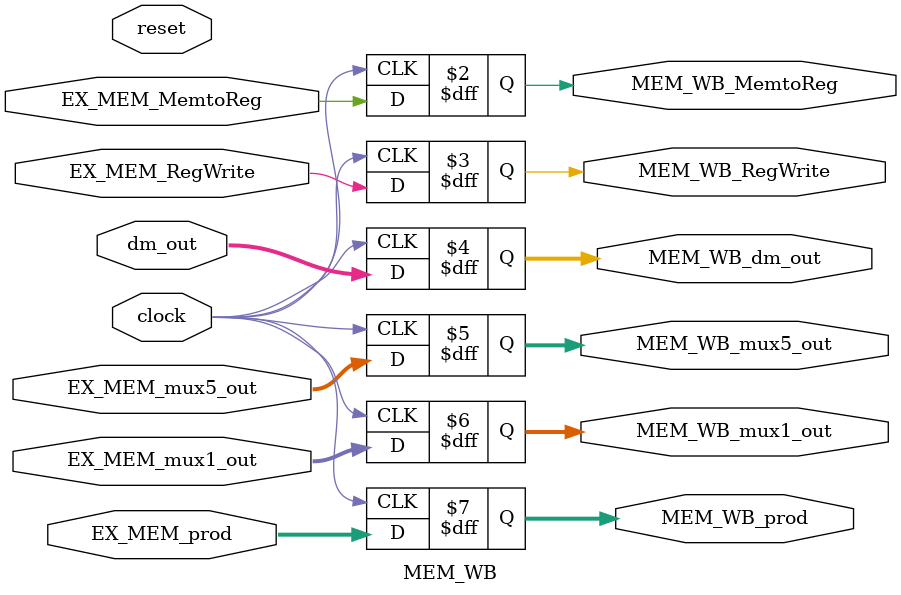
<source format=v>
module MEM_WB (
    input               clock,
    input               reset,
    input               EX_MEM_MemtoReg,
    input               EX_MEM_RegWrite,
    input       [31: 0] dm_out,
    input       [31: 0] EX_MEM_mux5_out,
    input       [ 5: 0] EX_MEM_mux1_out,
    input       [63: 0] EX_MEM_prod,

    output reg          MEM_WB_MemtoReg,
    output reg          MEM_WB_RegWrite,
    output reg  [31: 0] MEM_WB_dm_out,
    output reg  [31: 0] MEM_WB_mux5_out,
    output reg  [ 5: 0] MEM_WB_mux1_out,
    output reg  [63: 0] MEM_WB_prod
);

    always @(posedge clock) begin
        MEM_WB_MemtoReg <=   EX_MEM_MemtoReg;
        MEM_WB_RegWrite <=   EX_MEM_RegWrite;
        MEM_WB_dm_out   <=   dm_out;
        MEM_WB_mux5_out <=   EX_MEM_mux5_out;
        MEM_WB_mux1_out <=   EX_MEM_mux1_out;
        MEM_WB_prod     <=   EX_MEM_prod;
    end

endmodule //MEM_WB
</source>
